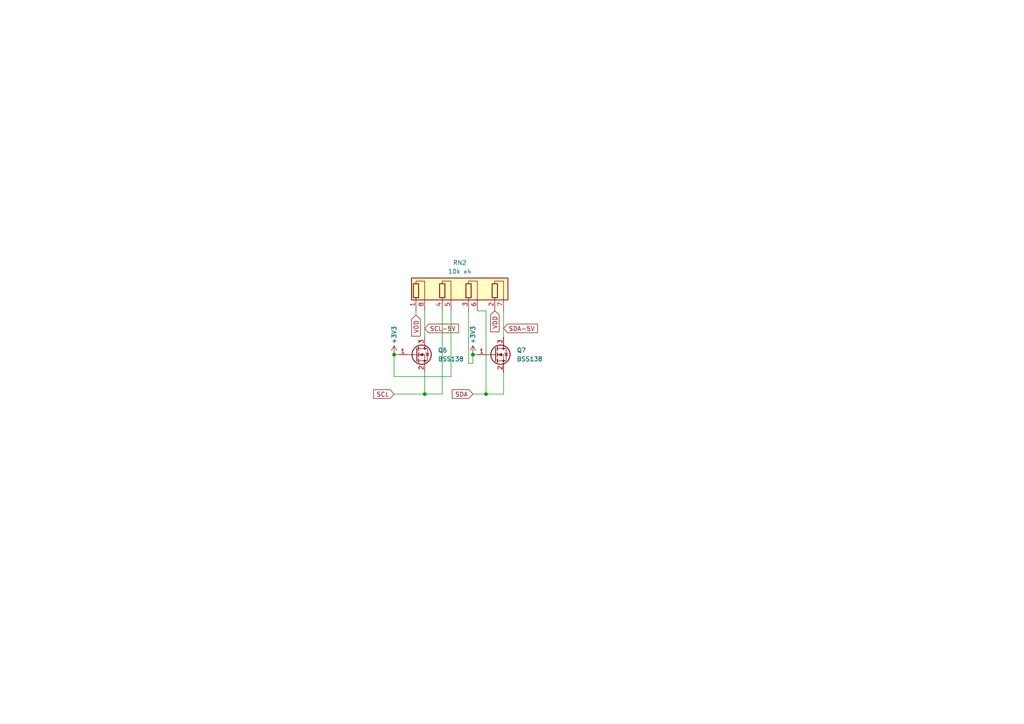
<source format=kicad_sch>
(kicad_sch (version 20250114) (generator "eeschema") (generator_version "9.0")
  (paper "A4")
  (lib_symbols
    (symbol "Device:R_Pack04_SIP" (pin_names (offset 0) (hide yes))
      (property "Reference" "RN1" (at 0 8.89 0))
      (property "Value" "R_Pack04_SIP" (at 0 6.35 0))
      (symbol "R_Pack04_SIP_0_1"
        (rectangle (start -13.97 -1.905) (end 13.97 4.445) (stroke (width 0.254)) (fill (type background)))
        (rectangle (start -13.462 2.794) (end -11.938 -1.27) (stroke (width 0.254)))
        (polyline (pts (xy -12.7 2.794) (xy -12.7 3.556) (xy -10.16 3.556) (xy -10.16 -1.27)))
        (rectangle (start -5.842 2.794) (end -4.318 -1.27) (stroke (width 0.254)))
        (polyline (pts (xy -5.08 2.794) (xy -5.08 3.556) (xy -2.54 3.556) (xy -2.54 -1.27)))
        (rectangle (start 1.778 2.794) (end 3.302 -1.27) (stroke (width 0.254)))
        (polyline (pts (xy 2.54 2.794) (xy 2.54 3.556) (xy 5.08 3.556) (xy 5.08 -1.27)))
        (rectangle (start 9.398 2.794) (end 10.922 -1.27) (stroke (width 0.254)))
        (polyline (pts (xy 10.16 2.794) (xy 10.16 3.556) (xy 12.7 3.556) (xy 12.7 -1.27)))
      )
      (symbol "R_Pack04_SIP_1_1"
        (pin passive line (at -12.7 -5.08 90) (length 3.81) (name "R1.1") (number "1"))
        (pin passive line (at -10.16 -5.08 90) (length 3.81) (name "R1.2") (number "8"))
        (pin passive line (at -5.08 -5.08 90) (length 3.81) (name "R2.1") (number "4"))
        (pin passive line (at -2.54 -5.08 90) (length 3.81) (name "R2.2") (number "5"))
        (pin passive line (at 2.54 -5.08 90) (length 3.81) (name "R3.1") (number "3"))
        (pin passive line (at 5.08 -5.08 90) (length 3.81) (name "R3.2") (number "6"))
        (pin passive line (at 10.16 -5.08 90) (length 3.81) (name "R4.1") (number "2"))
        (pin passive line (at 12.7 -5.08 90) (length 3.81) (name "R4.2") (number "7"))
      )
    )
    (symbol "Transistor_FET:BSS138" (pin_names (hide yes))
      (property "Reference" "Q" (at 5.08 1.905 0))
      (property "Value" "BSS138" (at 5.08 0 0))
      (symbol "BSS138_0_1"
        (polyline (pts (xy 0.254 1.905) (xy 0.254 -1.905)) (stroke (width 0.254)))
        (polyline (pts (xy 0.254 0) (xy -2.54 0)))
        (polyline (pts (xy 0.762 2.286) (xy 0.762 1.27)) (stroke (width 0.254)))
        (polyline (pts (xy 0.762 0.508) (xy 0.762 -0.508)) (stroke (width 0.254)))
        (polyline (pts (xy 0.762 -1.27) (xy 0.762 -2.286)) (stroke (width 0.254)))
        (polyline (pts (xy 0.762 -1.778) (xy 3.302 -1.778) (xy 3.302 1.778) (xy 0.762 1.778)))
        (polyline (pts (xy 1.016 0) (xy 2.032 0.381) (xy 2.032 -0.381) (xy 1.016 0)) (fill (type outline)))
        (circle (center 1.651 0) (radius 2.794) (stroke (width 0.254)))
        (polyline (pts (xy 2.54 2.54) (xy 2.54 1.778)))
        (circle (center 2.54 1.778) (radius 0.254) (fill (type outline)))
        (circle (center 2.54 -1.778) (radius 0.254) (fill (type outline)))
        (polyline (pts (xy 2.54 -2.54) (xy 2.54 0) (xy 0.762 0)))
        (polyline (pts (xy 2.794 0.508) (xy 2.921 0.381) (xy 3.683 0.381) (xy 3.81 0.254)))
        (polyline (pts (xy 3.302 0.381) (xy 2.921 -0.254) (xy 3.683 -0.254) (xy 3.302 0.381)))
      )
      (symbol "BSS138_1_1"
        (pin input line (at -5.08 0 0) (length 2.54) (name "G") (number "1"))
        (pin passive line (at 2.54 5.08 270) (length 2.54) (name "D") (number "3"))
        (pin passive line (at 2.54 -5.08 90) (length 2.54) (name "S") (number "2"))
      )
    )
    (symbol "power:+3.3V" (power) (pin_names (offset 0))
      (property "Value" "+3.3V" (at 0 3.556 0))
      (symbol "+3.3V_0_1"
        (polyline (pts (xy -0.762 1.27) (xy 0 2.54)))
        (polyline (pts (xy 0 2.54) (xy 0.762 1.27)))
        (polyline (pts (xy 0 0) (xy 0 2.54)))
      )
      (symbol "+3.3V_1_1"
        (pin power_in line (at 0 0 90) (length 0) (hide yes) (name "+3V3") (number "1"))
      )
    )
  )
  (junction (at 114.3 102.87))
  (junction (at 140.97 114.3))
  (junction (at 123.19 114.3))
  (junction (at 137.16 102.87))
  (wire (pts (xy 114.3 109.22) (xy 130.81 109.22)))
  (wire (pts (xy 128.27 90.17) (xy 128.27 114.3)))
  (wire (pts (xy 138.43 102.87) (xy 137.16 102.87)))
  (wire (pts (xy 115.57 102.87) (xy 114.3 102.87)))
  (wire (pts (xy 140.97 114.3) (xy 146.05 114.3)))
  (wire (pts (xy 138.43 90.17) (xy 140.97 90.17)))
  (wire (pts (xy 130.81 90.17) (xy 130.81 109.22)))
  (wire (pts (xy 137.16 102.87) (xy 137.16 105.41)))
  (wire (pts (xy 135.89 90.17) (xy 135.89 105.41)))
  (wire (pts (xy 120.65 91.44) (xy 120.65 90.17)))
  (wire (pts (xy 137.16 114.3) (xy 140.97 114.3)))
  (wire (pts (xy 140.97 90.17) (xy 140.97 114.3)))
  (wire (pts (xy 146.05 90.17) (xy 146.05 97.79)))
  (wire (pts (xy 123.19 114.3) (xy 123.19 107.95)))
  (wire (pts (xy 123.19 114.3) (xy 114.3 114.3)))
  (wire (pts (xy 123.19 90.17) (xy 123.19 97.79)))
  (wire (pts (xy 114.3 102.87) (xy 114.3 109.22)))
  (wire (pts (xy 128.27 114.3) (xy 123.19 114.3)))
  (wire (pts (xy 146.05 114.3) (xy 146.05 107.95)))
  (wire (pts (xy 135.89 105.41) (xy 137.16 105.41)))
  (global_label "SCL-5V" (shape input) (at 123.19 95.25 0) (property "Intersheetrefs" "${INTERSHEET_REFS}" (effects (hide yes))))
  (global_label "VDD" (shape input) (at 143.51 90.17 270) (property "Intersheetrefs" "${INTERSHEET_REFS}" (effects (hide yes))))
  (global_label "SDA-5V" (shape input) (at 146.05 95.25 0) (property "Intersheetrefs" "${INTERSHEET_REFS}" (effects (hide yes))))
  (global_label "SDA" (shape input) (at 137.16 114.3 180) (property "Intersheetrefs" "${INTERSHEET_REFS}" (effects (hide yes))))
  (global_label "SCL" (shape input) (at 114.3 114.3 180) (property "Intersheetrefs" "${INTERSHEET_REFS}" (effects (hide yes))))
  (global_label "VDD" (shape input) (at 120.65 91.44 270) (property "Intersheetrefs" "${INTERSHEET_REFS}" (effects (hide yes))))
  (symbol (lib_id "Transistor_FET:BSS138") (at 120.65 102.87 0) (unit 1)
    (property "Reference" "Q6" (at 127 101.5999 0) (effects (justify left)))
    (property "Value" "BSS138" (at 127 104.1399 0) (effects (justify left)))
    (property "Footprint" "Package_TO_SOT_SMD:SOT-23" (effects (hide yes)))
    (property "Datasheet" "https://www.onsemi.com/pub/Collateral/BSS138-D.PDF" (effects (hide yes)))
    (property "Description" "50V Vds, 0.22A Id, N-Channel MOSFET, SOT-23" (effects (hide yes)))
  )
  (symbol (lib_id "power:+3.3V") (at 137.16 102.87 0) (unit 1)
    (property "Reference" "#PWR06" (effects (hide yes)))
    (property "Value" "+3V3" (at 137.16 97.155 90))
  )
  (symbol (lib_id "Transistor_FET:BSS138") (at 143.51 102.87 0) (unit 1)
    (property "Reference" "Q7" (at 149.86 101.5999 0) (effects (justify left)))
    (property "Value" "BSS138" (at 149.86 104.1399 0) (effects (justify left)))
    (property "Footprint" "Package_TO_SOT_SMD:SOT-23" (effects (hide yes)))
    (property "Datasheet" "https://www.onsemi.com/pub/Collateral/BSS138-D.PDF" (effects (hide yes)))
    (property "Description" "50V Vds, 0.22A Id, N-Channel MOSFET, SOT-23" (effects (hide yes)))
  )
  (symbol (lib_id "Device:R_Pack04_SIP") (at 133.35 85.09 0) (unit 1)
    (property "Reference" "RN2" (at 133.35 76.2 0))
    (property "Value" "10k x4" (at 133.35 78.74 0))
    (property "Footprint" "Library:RESCAXS127P508X320X70-8N" (effects (hide yes)))
    (property "Datasheet" "http://www.vishay.com/docs/31509/csc.pdf" (effects (hide yes)))
    (property "Description" "4 resistor network, parallel topology, SIP package" (effects (hide yes)))
  )
  (symbol (lib_id "power:+3.3V") (at 114.3 102.87 0) (unit 1)
    (property "Reference" "#PWR05" (effects (hide yes)))
    (property "Value" "+3V3" (at 114.3 97.155 90))
  )
)
</source>
